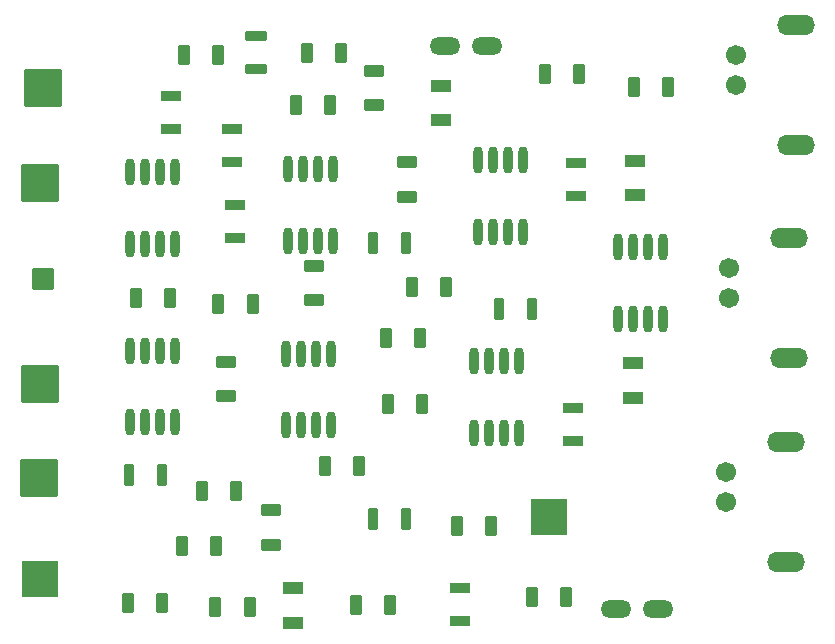
<source format=gts>
G04 Layer: TopSolderMaskLayer*
G04 EasyEDA v6.5.40, 2024-07-22 10:49:34*
G04 Gerber Generator version 0.2*
G04 Scale: 100 percent, Rotated: No, Reflected: No *
G04 Dimensions in inches *
G04 leading zeros omitted , absolute positions ,3 integer and 6 decimal *
%FSLAX36Y36*%
%MOIN*%

%AMMACRO1*1,1,$1,$2,$3*1,1,$1,$4,$5*1,1,$1,0-$2,0-$3*1,1,$1,0-$4,0-$5*20,1,$1,$2,$3,$4,$5,0*20,1,$1,$4,$5,0-$2,0-$3,0*20,1,$1,0-$2,0-$3,0-$4,0-$5,0*20,1,$1,0-$4,0-$5,$2,$3,0*4,1,4,$2,$3,$4,$5,0-$2,0-$3,0-$4,0-$5,$2,$3,0*%
%ADD10R,0.0709X0.0354*%
%ADD11MACRO1,0.0079X-0.0138X0.0315X0.0138X0.0315*%
%ADD12MACRO1,0.0079X0.0315X0.0138X0.0315X-0.0138*%
%ADD13MACRO1,0.0079X0.0138X-0.0315X-0.0138X-0.0315*%
%ADD14O,0.102425X0.059118000000000004*%
%ADD15MACRO1,0.004X0.0177X-0.0315X-0.0177X-0.0315*%
%ADD16MACRO1,0.004X0.0315X0.0177X0.0315X-0.0177*%
%ADD17MACRO1,0.004X-0.0177X0.0315X0.0177X0.0315*%
%ADD18R,0.0670X0.0394*%
%ADD19O,0.031559X0.09061400000000001*%
%ADD20C,0.0670*%
%ADD21O,0.12611X0.067055*%
%ADD22MACRO1,0.004X-0.0591X0.0591X0.0591X0.0591*%
%ADD23MACRO1,0.008X-0.0315X0.0315X0.0315X0.0315*%
%ADD24MACRO1,0.008X-0.0591X0.0591X0.0591X0.0591*%

%LPD*%
D10*
G01*
X795000Y-489879D03*
G01*
X795000Y-600120D03*
D11*
G01*
X1795117Y-1089997D03*
G01*
X1684882Y-1089997D03*
D10*
G01*
X590000Y-379879D03*
G01*
X590000Y-490120D03*
D12*
G01*
X875003Y-290117D03*
G01*
X875003Y-179882D03*
D10*
G01*
X805000Y-744879D03*
G01*
X805000Y-855120D03*
D13*
G01*
X1264882Y-870002D03*
G01*
X1375117Y-870002D03*
D10*
G01*
X1940000Y-604879D03*
G01*
X1940000Y-715120D03*
D13*
G01*
X449882Y-1645002D03*
G01*
X560117Y-1645002D03*
D10*
G01*
X1930000Y-1419879D03*
G01*
X1930000Y-1530120D03*
D13*
G01*
X1264882Y-1790002D03*
G01*
X1375117Y-1790002D03*
D10*
G01*
X1555000Y-2019879D03*
G01*
X1555000Y-2130120D03*
D14*
G01*
X2215000Y-2090000D03*
G01*
X2075000Y-2090000D03*
G01*
X1645000Y-215000D03*
G01*
X1505000Y-215000D03*
D15*
G01*
X862282Y-1073504D03*
G01*
X748109Y-1073504D03*
D16*
G01*
X1268503Y-297717D03*
G01*
X1268503Y-411890D03*
G01*
X773504Y-1267717D03*
G01*
X773504Y-1381890D03*
D17*
G01*
X1007717Y-411495D03*
G01*
X1121890Y-411495D03*
D15*
G01*
X747282Y-243504D03*
G01*
X633109Y-243504D03*
D16*
G01*
X1378503Y-602717D03*
G01*
X1378503Y-716890D03*
D18*
G01*
X1491499Y-462280D03*
G01*
X1491499Y-348110D03*
D16*
G01*
X1068503Y-947717D03*
G01*
X1068503Y-1061890D03*
D17*
G01*
X1312717Y-1406495D03*
G01*
X1426890Y-1406495D03*
D18*
G01*
X2131499Y-1387280D03*
G01*
X2131499Y-1273110D03*
D17*
G01*
X692717Y-1696495D03*
G01*
X806890Y-1696495D03*
D16*
G01*
X923503Y-1762717D03*
G01*
X923503Y-1876890D03*
D15*
G01*
X1217282Y-1613504D03*
G01*
X1103109Y-1613504D03*
G01*
X1657282Y-1813504D03*
G01*
X1543109Y-1813504D03*
D17*
G01*
X1792717Y-2051495D03*
G01*
X1906890Y-2051495D03*
D18*
G01*
X996499Y-2137280D03*
G01*
X996499Y-2023110D03*
D17*
G01*
X627717Y-1881495D03*
G01*
X741890Y-1881495D03*
G01*
X1207717Y-2076495D03*
G01*
X1321890Y-2076495D03*
G01*
X447717Y-2071495D03*
G01*
X561890Y-2071495D03*
G01*
X1392717Y-1016495D03*
G01*
X1506890Y-1016495D03*
G01*
X1307717Y-1186495D03*
G01*
X1421890Y-1186495D03*
D15*
G01*
X587282Y-1053504D03*
G01*
X473109Y-1053504D03*
D17*
G01*
X1042717Y-236495D03*
G01*
X1156890Y-236495D03*
D15*
G01*
X852282Y-2083504D03*
G01*
X738109Y-2083504D03*
D18*
G01*
X2136499Y-712280D03*
G01*
X2136499Y-598110D03*
D17*
G01*
X1837717Y-306495D03*
G01*
X1951890Y-306495D03*
G01*
X2132717Y-351495D03*
G01*
X2246890Y-351495D03*
D19*
G01*
X455000Y-874000D03*
G01*
X505000Y-874000D03*
G01*
X555000Y-874000D03*
G01*
X605000Y-874000D03*
G01*
X455000Y-635999D03*
G01*
X505000Y-635999D03*
G01*
X555000Y-635999D03*
G01*
X605000Y-635999D03*
G01*
X455000Y-1469000D03*
G01*
X505000Y-1469000D03*
G01*
X555000Y-1469000D03*
G01*
X605000Y-1469000D03*
G01*
X455000Y-1230999D03*
G01*
X505000Y-1230999D03*
G01*
X555000Y-1230999D03*
G01*
X605000Y-1230999D03*
G01*
X980000Y-864000D03*
G01*
X1030000Y-864000D03*
G01*
X1080000Y-864000D03*
G01*
X1130000Y-864000D03*
G01*
X980000Y-625999D03*
G01*
X1030000Y-625999D03*
G01*
X1080000Y-625999D03*
G01*
X1130000Y-625999D03*
G01*
X975000Y-1479000D03*
G01*
X1025000Y-1479000D03*
G01*
X1075000Y-1479000D03*
G01*
X1125000Y-1479000D03*
G01*
X975000Y-1240999D03*
G01*
X1025000Y-1240999D03*
G01*
X1075000Y-1240999D03*
G01*
X1125000Y-1240999D03*
G01*
X1615000Y-834000D03*
G01*
X1665000Y-834000D03*
G01*
X1715000Y-834000D03*
G01*
X1765000Y-834000D03*
G01*
X1615000Y-595999D03*
G01*
X1665000Y-595999D03*
G01*
X1715000Y-595999D03*
G01*
X1765000Y-595999D03*
G01*
X1600000Y-1504000D03*
G01*
X1650000Y-1504000D03*
G01*
X1700000Y-1504000D03*
G01*
X1750000Y-1504000D03*
G01*
X1600000Y-1265999D03*
G01*
X1650000Y-1265999D03*
G01*
X1700000Y-1265999D03*
G01*
X1750000Y-1265999D03*
G01*
X2080000Y-1124000D03*
G01*
X2130000Y-1124000D03*
G01*
X2180000Y-1124000D03*
G01*
X2230000Y-1124000D03*
G01*
X2080000Y-885999D03*
G01*
X2130000Y-885999D03*
G01*
X2180000Y-885999D03*
G01*
X2230000Y-885999D03*
D20*
G01*
X2475000Y-345000D03*
G01*
X2475000Y-245000D03*
D21*
G01*
X2675000Y-545000D03*
G01*
X2675000Y-145000D03*
D20*
G01*
X2450000Y-1055000D03*
G01*
X2450000Y-955000D03*
D21*
G01*
X2650000Y-1255000D03*
G01*
X2650000Y-855000D03*
D20*
G01*
X2440000Y-1735000D03*
G01*
X2440000Y-1635000D03*
D21*
G01*
X2640000Y-1935000D03*
G01*
X2640000Y-1535000D03*
D22*
G01*
X155000Y-1990000D03*
G01*
X1850000Y-1785000D03*
D23*
G01*
X165000Y-990000D03*
D24*
G01*
X165000Y-355000D03*
G01*
X155000Y-670000D03*
G01*
X155000Y-1340000D03*
G01*
X150000Y-1655000D03*
M02*

</source>
